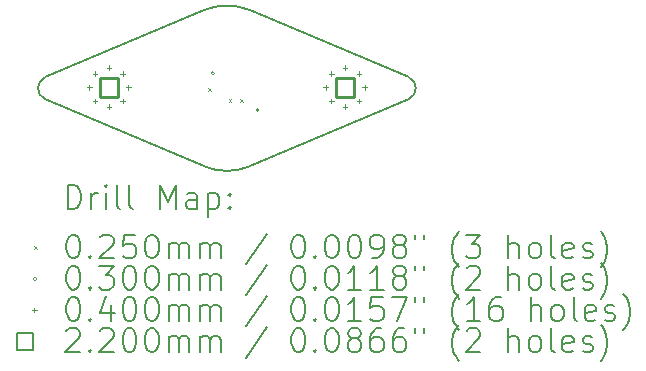
<source format=gbr>
%TF.GenerationSoftware,KiCad,Pcbnew,8.0.2*%
%TF.CreationDate,2024-06-01T19:30:16+08:00*%
%TF.ProjectId,encoder,656e636f-6465-4722-9e6b-696361645f70,rev?*%
%TF.SameCoordinates,Original*%
%TF.FileFunction,Drillmap*%
%TF.FilePolarity,Positive*%
%FSLAX45Y45*%
G04 Gerber Fmt 4.5, Leading zero omitted, Abs format (unit mm)*
G04 Created by KiCad (PCBNEW 8.0.2) date 2024-06-01 19:30:16*
%MOMM*%
%LPD*%
G01*
G04 APERTURE LIST*
%ADD10C,0.200000*%
%ADD11C,0.100000*%
%ADD12C,0.220000*%
G04 APERTURE END LIST*
D10*
X18490000Y-7385000D02*
X19834212Y-6816586D01*
X19834212Y-8137624D02*
X18490000Y-7569210D01*
X21567895Y-7569210D02*
X20223683Y-8137624D01*
X21567895Y-7385001D02*
G75*
G02*
X21567891Y-7569200I-38945J-92099D01*
G01*
X21567895Y-7385001D02*
X21567895Y-7385000D01*
X20223683Y-6816586D02*
X21567895Y-7385000D01*
X18490000Y-7569209D02*
X18490000Y-7569210D01*
X18490000Y-7569209D02*
G75*
G02*
X18489997Y-7384993I38950J92109D01*
G01*
X20223683Y-8137624D02*
G75*
G02*
X19834213Y-8137622I-194733J460514D01*
G01*
X21567895Y-7569209D02*
X21567895Y-7569210D01*
X18490000Y-7385001D02*
X18490000Y-7385000D01*
X19834212Y-6816586D02*
G75*
G02*
X20223683Y-6816586I194735J-460517D01*
G01*
D11*
X19868091Y-7476909D02*
X19893091Y-7501909D01*
X19893091Y-7476909D02*
X19868091Y-7501909D01*
X20042500Y-7570000D02*
X20067500Y-7595000D01*
X20067500Y-7570000D02*
X20042500Y-7595000D01*
X20142500Y-7570000D02*
X20167500Y-7595000D01*
X20167500Y-7570000D02*
X20142500Y-7595000D01*
X19923295Y-7351291D02*
G75*
G02*
X19893295Y-7351291I-15000J0D01*
G01*
X19893295Y-7351291D02*
G75*
G02*
X19923295Y-7351291I15000J0D01*
G01*
X20302500Y-7660500D02*
G75*
G02*
X20272500Y-7660500I-15000J0D01*
G01*
X20272500Y-7660500D02*
G75*
G02*
X20302500Y-7660500I15000J0D01*
G01*
X18865000Y-7450000D02*
X18865000Y-7490000D01*
X18845000Y-7470000D02*
X18885000Y-7470000D01*
X18913327Y-7333327D02*
X18913327Y-7373327D01*
X18893327Y-7353327D02*
X18933327Y-7353327D01*
X18913327Y-7566673D02*
X18913327Y-7606673D01*
X18893327Y-7586673D02*
X18933327Y-7586673D01*
X19030000Y-7285000D02*
X19030000Y-7325000D01*
X19010000Y-7305000D02*
X19050000Y-7305000D01*
X19030000Y-7615000D02*
X19030000Y-7655000D01*
X19010000Y-7635000D02*
X19050000Y-7635000D01*
X19146673Y-7333327D02*
X19146673Y-7373327D01*
X19126673Y-7353327D02*
X19166673Y-7353327D01*
X19146673Y-7566673D02*
X19146673Y-7606673D01*
X19126673Y-7586673D02*
X19166673Y-7586673D01*
X19195000Y-7450000D02*
X19195000Y-7490000D01*
X19175000Y-7470000D02*
X19215000Y-7470000D01*
X20865000Y-7450000D02*
X20865000Y-7490000D01*
X20845000Y-7470000D02*
X20885000Y-7470000D01*
X20913327Y-7333327D02*
X20913327Y-7373327D01*
X20893327Y-7353327D02*
X20933327Y-7353327D01*
X20913327Y-7566673D02*
X20913327Y-7606673D01*
X20893327Y-7586673D02*
X20933327Y-7586673D01*
X21030000Y-7285000D02*
X21030000Y-7325000D01*
X21010000Y-7305000D02*
X21050000Y-7305000D01*
X21030000Y-7615000D02*
X21030000Y-7655000D01*
X21010000Y-7635000D02*
X21050000Y-7635000D01*
X21146673Y-7333327D02*
X21146673Y-7373327D01*
X21126673Y-7353327D02*
X21166673Y-7353327D01*
X21146673Y-7566673D02*
X21146673Y-7606673D01*
X21126673Y-7586673D02*
X21166673Y-7586673D01*
X21195000Y-7450000D02*
X21195000Y-7490000D01*
X21175000Y-7470000D02*
X21215000Y-7470000D01*
D12*
X19107783Y-7547782D02*
X19107783Y-7392217D01*
X18952218Y-7392217D01*
X18952218Y-7547782D01*
X19107783Y-7547782D01*
X21107783Y-7547782D02*
X21107783Y-7392217D01*
X20952218Y-7392217D01*
X20952218Y-7547782D01*
X21107783Y-7547782D01*
D10*
X18679721Y-8498588D02*
X18679721Y-8298588D01*
X18679721Y-8298588D02*
X18727340Y-8298588D01*
X18727340Y-8298588D02*
X18755912Y-8308112D01*
X18755912Y-8308112D02*
X18774959Y-8327159D01*
X18774959Y-8327159D02*
X18784483Y-8346207D01*
X18784483Y-8346207D02*
X18794007Y-8384302D01*
X18794007Y-8384302D02*
X18794007Y-8412874D01*
X18794007Y-8412874D02*
X18784483Y-8450969D01*
X18784483Y-8450969D02*
X18774959Y-8470017D01*
X18774959Y-8470017D02*
X18755912Y-8489064D01*
X18755912Y-8489064D02*
X18727340Y-8498588D01*
X18727340Y-8498588D02*
X18679721Y-8498588D01*
X18879721Y-8498588D02*
X18879721Y-8365255D01*
X18879721Y-8403350D02*
X18889245Y-8384302D01*
X18889245Y-8384302D02*
X18898769Y-8374778D01*
X18898769Y-8374778D02*
X18917817Y-8365255D01*
X18917817Y-8365255D02*
X18936864Y-8365255D01*
X19003531Y-8498588D02*
X19003531Y-8365255D01*
X19003531Y-8298588D02*
X18994007Y-8308112D01*
X18994007Y-8308112D02*
X19003531Y-8317636D01*
X19003531Y-8317636D02*
X19013055Y-8308112D01*
X19013055Y-8308112D02*
X19003531Y-8298588D01*
X19003531Y-8298588D02*
X19003531Y-8317636D01*
X19127340Y-8498588D02*
X19108293Y-8489064D01*
X19108293Y-8489064D02*
X19098769Y-8470017D01*
X19098769Y-8470017D02*
X19098769Y-8298588D01*
X19232102Y-8498588D02*
X19213055Y-8489064D01*
X19213055Y-8489064D02*
X19203531Y-8470017D01*
X19203531Y-8470017D02*
X19203531Y-8298588D01*
X19460674Y-8498588D02*
X19460674Y-8298588D01*
X19460674Y-8298588D02*
X19527340Y-8441445D01*
X19527340Y-8441445D02*
X19594007Y-8298588D01*
X19594007Y-8298588D02*
X19594007Y-8498588D01*
X19774959Y-8498588D02*
X19774959Y-8393826D01*
X19774959Y-8393826D02*
X19765436Y-8374778D01*
X19765436Y-8374778D02*
X19746388Y-8365255D01*
X19746388Y-8365255D02*
X19708293Y-8365255D01*
X19708293Y-8365255D02*
X19689245Y-8374778D01*
X19774959Y-8489064D02*
X19755912Y-8498588D01*
X19755912Y-8498588D02*
X19708293Y-8498588D01*
X19708293Y-8498588D02*
X19689245Y-8489064D01*
X19689245Y-8489064D02*
X19679721Y-8470017D01*
X19679721Y-8470017D02*
X19679721Y-8450969D01*
X19679721Y-8450969D02*
X19689245Y-8431921D01*
X19689245Y-8431921D02*
X19708293Y-8422398D01*
X19708293Y-8422398D02*
X19755912Y-8422398D01*
X19755912Y-8422398D02*
X19774959Y-8412874D01*
X19870198Y-8365255D02*
X19870198Y-8565255D01*
X19870198Y-8374778D02*
X19889245Y-8365255D01*
X19889245Y-8365255D02*
X19927340Y-8365255D01*
X19927340Y-8365255D02*
X19946388Y-8374778D01*
X19946388Y-8374778D02*
X19955912Y-8384302D01*
X19955912Y-8384302D02*
X19965436Y-8403350D01*
X19965436Y-8403350D02*
X19965436Y-8460493D01*
X19965436Y-8460493D02*
X19955912Y-8479540D01*
X19955912Y-8479540D02*
X19946388Y-8489064D01*
X19946388Y-8489064D02*
X19927340Y-8498588D01*
X19927340Y-8498588D02*
X19889245Y-8498588D01*
X19889245Y-8498588D02*
X19870198Y-8489064D01*
X20051150Y-8479540D02*
X20060674Y-8489064D01*
X20060674Y-8489064D02*
X20051150Y-8498588D01*
X20051150Y-8498588D02*
X20041626Y-8489064D01*
X20041626Y-8489064D02*
X20051150Y-8479540D01*
X20051150Y-8479540D02*
X20051150Y-8498588D01*
X20051150Y-8374778D02*
X20060674Y-8384302D01*
X20060674Y-8384302D02*
X20051150Y-8393826D01*
X20051150Y-8393826D02*
X20041626Y-8384302D01*
X20041626Y-8384302D02*
X20051150Y-8374778D01*
X20051150Y-8374778D02*
X20051150Y-8393826D01*
D11*
X18393945Y-8814604D02*
X18418945Y-8839604D01*
X18418945Y-8814604D02*
X18393945Y-8839604D01*
D10*
X18717817Y-8718588D02*
X18736864Y-8718588D01*
X18736864Y-8718588D02*
X18755912Y-8728112D01*
X18755912Y-8728112D02*
X18765436Y-8737636D01*
X18765436Y-8737636D02*
X18774959Y-8756683D01*
X18774959Y-8756683D02*
X18784483Y-8794778D01*
X18784483Y-8794778D02*
X18784483Y-8842398D01*
X18784483Y-8842398D02*
X18774959Y-8880493D01*
X18774959Y-8880493D02*
X18765436Y-8899540D01*
X18765436Y-8899540D02*
X18755912Y-8909064D01*
X18755912Y-8909064D02*
X18736864Y-8918588D01*
X18736864Y-8918588D02*
X18717817Y-8918588D01*
X18717817Y-8918588D02*
X18698769Y-8909064D01*
X18698769Y-8909064D02*
X18689245Y-8899540D01*
X18689245Y-8899540D02*
X18679721Y-8880493D01*
X18679721Y-8880493D02*
X18670198Y-8842398D01*
X18670198Y-8842398D02*
X18670198Y-8794778D01*
X18670198Y-8794778D02*
X18679721Y-8756683D01*
X18679721Y-8756683D02*
X18689245Y-8737636D01*
X18689245Y-8737636D02*
X18698769Y-8728112D01*
X18698769Y-8728112D02*
X18717817Y-8718588D01*
X18870198Y-8899540D02*
X18879721Y-8909064D01*
X18879721Y-8909064D02*
X18870198Y-8918588D01*
X18870198Y-8918588D02*
X18860674Y-8909064D01*
X18860674Y-8909064D02*
X18870198Y-8899540D01*
X18870198Y-8899540D02*
X18870198Y-8918588D01*
X18955912Y-8737636D02*
X18965436Y-8728112D01*
X18965436Y-8728112D02*
X18984483Y-8718588D01*
X18984483Y-8718588D02*
X19032102Y-8718588D01*
X19032102Y-8718588D02*
X19051150Y-8728112D01*
X19051150Y-8728112D02*
X19060674Y-8737636D01*
X19060674Y-8737636D02*
X19070198Y-8756683D01*
X19070198Y-8756683D02*
X19070198Y-8775731D01*
X19070198Y-8775731D02*
X19060674Y-8804302D01*
X19060674Y-8804302D02*
X18946388Y-8918588D01*
X18946388Y-8918588D02*
X19070198Y-8918588D01*
X19251150Y-8718588D02*
X19155912Y-8718588D01*
X19155912Y-8718588D02*
X19146388Y-8813826D01*
X19146388Y-8813826D02*
X19155912Y-8804302D01*
X19155912Y-8804302D02*
X19174959Y-8794778D01*
X19174959Y-8794778D02*
X19222579Y-8794778D01*
X19222579Y-8794778D02*
X19241626Y-8804302D01*
X19241626Y-8804302D02*
X19251150Y-8813826D01*
X19251150Y-8813826D02*
X19260674Y-8832874D01*
X19260674Y-8832874D02*
X19260674Y-8880493D01*
X19260674Y-8880493D02*
X19251150Y-8899540D01*
X19251150Y-8899540D02*
X19241626Y-8909064D01*
X19241626Y-8909064D02*
X19222579Y-8918588D01*
X19222579Y-8918588D02*
X19174959Y-8918588D01*
X19174959Y-8918588D02*
X19155912Y-8909064D01*
X19155912Y-8909064D02*
X19146388Y-8899540D01*
X19384483Y-8718588D02*
X19403531Y-8718588D01*
X19403531Y-8718588D02*
X19422579Y-8728112D01*
X19422579Y-8728112D02*
X19432102Y-8737636D01*
X19432102Y-8737636D02*
X19441626Y-8756683D01*
X19441626Y-8756683D02*
X19451150Y-8794778D01*
X19451150Y-8794778D02*
X19451150Y-8842398D01*
X19451150Y-8842398D02*
X19441626Y-8880493D01*
X19441626Y-8880493D02*
X19432102Y-8899540D01*
X19432102Y-8899540D02*
X19422579Y-8909064D01*
X19422579Y-8909064D02*
X19403531Y-8918588D01*
X19403531Y-8918588D02*
X19384483Y-8918588D01*
X19384483Y-8918588D02*
X19365436Y-8909064D01*
X19365436Y-8909064D02*
X19355912Y-8899540D01*
X19355912Y-8899540D02*
X19346388Y-8880493D01*
X19346388Y-8880493D02*
X19336864Y-8842398D01*
X19336864Y-8842398D02*
X19336864Y-8794778D01*
X19336864Y-8794778D02*
X19346388Y-8756683D01*
X19346388Y-8756683D02*
X19355912Y-8737636D01*
X19355912Y-8737636D02*
X19365436Y-8728112D01*
X19365436Y-8728112D02*
X19384483Y-8718588D01*
X19536864Y-8918588D02*
X19536864Y-8785255D01*
X19536864Y-8804302D02*
X19546388Y-8794778D01*
X19546388Y-8794778D02*
X19565436Y-8785255D01*
X19565436Y-8785255D02*
X19594007Y-8785255D01*
X19594007Y-8785255D02*
X19613055Y-8794778D01*
X19613055Y-8794778D02*
X19622579Y-8813826D01*
X19622579Y-8813826D02*
X19622579Y-8918588D01*
X19622579Y-8813826D02*
X19632102Y-8794778D01*
X19632102Y-8794778D02*
X19651150Y-8785255D01*
X19651150Y-8785255D02*
X19679721Y-8785255D01*
X19679721Y-8785255D02*
X19698769Y-8794778D01*
X19698769Y-8794778D02*
X19708293Y-8813826D01*
X19708293Y-8813826D02*
X19708293Y-8918588D01*
X19803531Y-8918588D02*
X19803531Y-8785255D01*
X19803531Y-8804302D02*
X19813055Y-8794778D01*
X19813055Y-8794778D02*
X19832102Y-8785255D01*
X19832102Y-8785255D02*
X19860674Y-8785255D01*
X19860674Y-8785255D02*
X19879721Y-8794778D01*
X19879721Y-8794778D02*
X19889245Y-8813826D01*
X19889245Y-8813826D02*
X19889245Y-8918588D01*
X19889245Y-8813826D02*
X19898769Y-8794778D01*
X19898769Y-8794778D02*
X19917817Y-8785255D01*
X19917817Y-8785255D02*
X19946388Y-8785255D01*
X19946388Y-8785255D02*
X19965436Y-8794778D01*
X19965436Y-8794778D02*
X19974960Y-8813826D01*
X19974960Y-8813826D02*
X19974960Y-8918588D01*
X20365436Y-8709064D02*
X20194007Y-8966207D01*
X20622579Y-8718588D02*
X20641626Y-8718588D01*
X20641626Y-8718588D02*
X20660674Y-8728112D01*
X20660674Y-8728112D02*
X20670198Y-8737636D01*
X20670198Y-8737636D02*
X20679722Y-8756683D01*
X20679722Y-8756683D02*
X20689245Y-8794778D01*
X20689245Y-8794778D02*
X20689245Y-8842398D01*
X20689245Y-8842398D02*
X20679722Y-8880493D01*
X20679722Y-8880493D02*
X20670198Y-8899540D01*
X20670198Y-8899540D02*
X20660674Y-8909064D01*
X20660674Y-8909064D02*
X20641626Y-8918588D01*
X20641626Y-8918588D02*
X20622579Y-8918588D01*
X20622579Y-8918588D02*
X20603531Y-8909064D01*
X20603531Y-8909064D02*
X20594007Y-8899540D01*
X20594007Y-8899540D02*
X20584483Y-8880493D01*
X20584483Y-8880493D02*
X20574960Y-8842398D01*
X20574960Y-8842398D02*
X20574960Y-8794778D01*
X20574960Y-8794778D02*
X20584483Y-8756683D01*
X20584483Y-8756683D02*
X20594007Y-8737636D01*
X20594007Y-8737636D02*
X20603531Y-8728112D01*
X20603531Y-8728112D02*
X20622579Y-8718588D01*
X20774960Y-8899540D02*
X20784483Y-8909064D01*
X20784483Y-8909064D02*
X20774960Y-8918588D01*
X20774960Y-8918588D02*
X20765436Y-8909064D01*
X20765436Y-8909064D02*
X20774960Y-8899540D01*
X20774960Y-8899540D02*
X20774960Y-8918588D01*
X20908293Y-8718588D02*
X20927341Y-8718588D01*
X20927341Y-8718588D02*
X20946388Y-8728112D01*
X20946388Y-8728112D02*
X20955912Y-8737636D01*
X20955912Y-8737636D02*
X20965436Y-8756683D01*
X20965436Y-8756683D02*
X20974960Y-8794778D01*
X20974960Y-8794778D02*
X20974960Y-8842398D01*
X20974960Y-8842398D02*
X20965436Y-8880493D01*
X20965436Y-8880493D02*
X20955912Y-8899540D01*
X20955912Y-8899540D02*
X20946388Y-8909064D01*
X20946388Y-8909064D02*
X20927341Y-8918588D01*
X20927341Y-8918588D02*
X20908293Y-8918588D01*
X20908293Y-8918588D02*
X20889245Y-8909064D01*
X20889245Y-8909064D02*
X20879722Y-8899540D01*
X20879722Y-8899540D02*
X20870198Y-8880493D01*
X20870198Y-8880493D02*
X20860674Y-8842398D01*
X20860674Y-8842398D02*
X20860674Y-8794778D01*
X20860674Y-8794778D02*
X20870198Y-8756683D01*
X20870198Y-8756683D02*
X20879722Y-8737636D01*
X20879722Y-8737636D02*
X20889245Y-8728112D01*
X20889245Y-8728112D02*
X20908293Y-8718588D01*
X21098769Y-8718588D02*
X21117817Y-8718588D01*
X21117817Y-8718588D02*
X21136864Y-8728112D01*
X21136864Y-8728112D02*
X21146388Y-8737636D01*
X21146388Y-8737636D02*
X21155912Y-8756683D01*
X21155912Y-8756683D02*
X21165436Y-8794778D01*
X21165436Y-8794778D02*
X21165436Y-8842398D01*
X21165436Y-8842398D02*
X21155912Y-8880493D01*
X21155912Y-8880493D02*
X21146388Y-8899540D01*
X21146388Y-8899540D02*
X21136864Y-8909064D01*
X21136864Y-8909064D02*
X21117817Y-8918588D01*
X21117817Y-8918588D02*
X21098769Y-8918588D01*
X21098769Y-8918588D02*
X21079722Y-8909064D01*
X21079722Y-8909064D02*
X21070198Y-8899540D01*
X21070198Y-8899540D02*
X21060674Y-8880493D01*
X21060674Y-8880493D02*
X21051150Y-8842398D01*
X21051150Y-8842398D02*
X21051150Y-8794778D01*
X21051150Y-8794778D02*
X21060674Y-8756683D01*
X21060674Y-8756683D02*
X21070198Y-8737636D01*
X21070198Y-8737636D02*
X21079722Y-8728112D01*
X21079722Y-8728112D02*
X21098769Y-8718588D01*
X21260674Y-8918588D02*
X21298769Y-8918588D01*
X21298769Y-8918588D02*
X21317817Y-8909064D01*
X21317817Y-8909064D02*
X21327341Y-8899540D01*
X21327341Y-8899540D02*
X21346388Y-8870969D01*
X21346388Y-8870969D02*
X21355912Y-8832874D01*
X21355912Y-8832874D02*
X21355912Y-8756683D01*
X21355912Y-8756683D02*
X21346388Y-8737636D01*
X21346388Y-8737636D02*
X21336864Y-8728112D01*
X21336864Y-8728112D02*
X21317817Y-8718588D01*
X21317817Y-8718588D02*
X21279722Y-8718588D01*
X21279722Y-8718588D02*
X21260674Y-8728112D01*
X21260674Y-8728112D02*
X21251150Y-8737636D01*
X21251150Y-8737636D02*
X21241626Y-8756683D01*
X21241626Y-8756683D02*
X21241626Y-8804302D01*
X21241626Y-8804302D02*
X21251150Y-8823350D01*
X21251150Y-8823350D02*
X21260674Y-8832874D01*
X21260674Y-8832874D02*
X21279722Y-8842398D01*
X21279722Y-8842398D02*
X21317817Y-8842398D01*
X21317817Y-8842398D02*
X21336864Y-8832874D01*
X21336864Y-8832874D02*
X21346388Y-8823350D01*
X21346388Y-8823350D02*
X21355912Y-8804302D01*
X21470198Y-8804302D02*
X21451150Y-8794778D01*
X21451150Y-8794778D02*
X21441626Y-8785255D01*
X21441626Y-8785255D02*
X21432103Y-8766207D01*
X21432103Y-8766207D02*
X21432103Y-8756683D01*
X21432103Y-8756683D02*
X21441626Y-8737636D01*
X21441626Y-8737636D02*
X21451150Y-8728112D01*
X21451150Y-8728112D02*
X21470198Y-8718588D01*
X21470198Y-8718588D02*
X21508293Y-8718588D01*
X21508293Y-8718588D02*
X21527341Y-8728112D01*
X21527341Y-8728112D02*
X21536864Y-8737636D01*
X21536864Y-8737636D02*
X21546388Y-8756683D01*
X21546388Y-8756683D02*
X21546388Y-8766207D01*
X21546388Y-8766207D02*
X21536864Y-8785255D01*
X21536864Y-8785255D02*
X21527341Y-8794778D01*
X21527341Y-8794778D02*
X21508293Y-8804302D01*
X21508293Y-8804302D02*
X21470198Y-8804302D01*
X21470198Y-8804302D02*
X21451150Y-8813826D01*
X21451150Y-8813826D02*
X21441626Y-8823350D01*
X21441626Y-8823350D02*
X21432103Y-8842398D01*
X21432103Y-8842398D02*
X21432103Y-8880493D01*
X21432103Y-8880493D02*
X21441626Y-8899540D01*
X21441626Y-8899540D02*
X21451150Y-8909064D01*
X21451150Y-8909064D02*
X21470198Y-8918588D01*
X21470198Y-8918588D02*
X21508293Y-8918588D01*
X21508293Y-8918588D02*
X21527341Y-8909064D01*
X21527341Y-8909064D02*
X21536864Y-8899540D01*
X21536864Y-8899540D02*
X21546388Y-8880493D01*
X21546388Y-8880493D02*
X21546388Y-8842398D01*
X21546388Y-8842398D02*
X21536864Y-8823350D01*
X21536864Y-8823350D02*
X21527341Y-8813826D01*
X21527341Y-8813826D02*
X21508293Y-8804302D01*
X21622579Y-8718588D02*
X21622579Y-8756683D01*
X21698769Y-8718588D02*
X21698769Y-8756683D01*
X21994007Y-8994778D02*
X21984484Y-8985255D01*
X21984484Y-8985255D02*
X21965436Y-8956683D01*
X21965436Y-8956683D02*
X21955912Y-8937636D01*
X21955912Y-8937636D02*
X21946388Y-8909064D01*
X21946388Y-8909064D02*
X21936865Y-8861445D01*
X21936865Y-8861445D02*
X21936865Y-8823350D01*
X21936865Y-8823350D02*
X21946388Y-8775731D01*
X21946388Y-8775731D02*
X21955912Y-8747159D01*
X21955912Y-8747159D02*
X21965436Y-8728112D01*
X21965436Y-8728112D02*
X21984484Y-8699540D01*
X21984484Y-8699540D02*
X21994007Y-8690017D01*
X22051150Y-8718588D02*
X22174960Y-8718588D01*
X22174960Y-8718588D02*
X22108293Y-8794778D01*
X22108293Y-8794778D02*
X22136865Y-8794778D01*
X22136865Y-8794778D02*
X22155912Y-8804302D01*
X22155912Y-8804302D02*
X22165436Y-8813826D01*
X22165436Y-8813826D02*
X22174960Y-8832874D01*
X22174960Y-8832874D02*
X22174960Y-8880493D01*
X22174960Y-8880493D02*
X22165436Y-8899540D01*
X22165436Y-8899540D02*
X22155912Y-8909064D01*
X22155912Y-8909064D02*
X22136865Y-8918588D01*
X22136865Y-8918588D02*
X22079722Y-8918588D01*
X22079722Y-8918588D02*
X22060674Y-8909064D01*
X22060674Y-8909064D02*
X22051150Y-8899540D01*
X22413055Y-8918588D02*
X22413055Y-8718588D01*
X22498769Y-8918588D02*
X22498769Y-8813826D01*
X22498769Y-8813826D02*
X22489245Y-8794778D01*
X22489245Y-8794778D02*
X22470198Y-8785255D01*
X22470198Y-8785255D02*
X22441626Y-8785255D01*
X22441626Y-8785255D02*
X22422579Y-8794778D01*
X22422579Y-8794778D02*
X22413055Y-8804302D01*
X22622579Y-8918588D02*
X22603531Y-8909064D01*
X22603531Y-8909064D02*
X22594007Y-8899540D01*
X22594007Y-8899540D02*
X22584484Y-8880493D01*
X22584484Y-8880493D02*
X22584484Y-8823350D01*
X22584484Y-8823350D02*
X22594007Y-8804302D01*
X22594007Y-8804302D02*
X22603531Y-8794778D01*
X22603531Y-8794778D02*
X22622579Y-8785255D01*
X22622579Y-8785255D02*
X22651150Y-8785255D01*
X22651150Y-8785255D02*
X22670198Y-8794778D01*
X22670198Y-8794778D02*
X22679722Y-8804302D01*
X22679722Y-8804302D02*
X22689245Y-8823350D01*
X22689245Y-8823350D02*
X22689245Y-8880493D01*
X22689245Y-8880493D02*
X22679722Y-8899540D01*
X22679722Y-8899540D02*
X22670198Y-8909064D01*
X22670198Y-8909064D02*
X22651150Y-8918588D01*
X22651150Y-8918588D02*
X22622579Y-8918588D01*
X22803531Y-8918588D02*
X22784484Y-8909064D01*
X22784484Y-8909064D02*
X22774960Y-8890017D01*
X22774960Y-8890017D02*
X22774960Y-8718588D01*
X22955912Y-8909064D02*
X22936865Y-8918588D01*
X22936865Y-8918588D02*
X22898769Y-8918588D01*
X22898769Y-8918588D02*
X22879722Y-8909064D01*
X22879722Y-8909064D02*
X22870198Y-8890017D01*
X22870198Y-8890017D02*
X22870198Y-8813826D01*
X22870198Y-8813826D02*
X22879722Y-8794778D01*
X22879722Y-8794778D02*
X22898769Y-8785255D01*
X22898769Y-8785255D02*
X22936865Y-8785255D01*
X22936865Y-8785255D02*
X22955912Y-8794778D01*
X22955912Y-8794778D02*
X22965436Y-8813826D01*
X22965436Y-8813826D02*
X22965436Y-8832874D01*
X22965436Y-8832874D02*
X22870198Y-8851921D01*
X23041626Y-8909064D02*
X23060674Y-8918588D01*
X23060674Y-8918588D02*
X23098769Y-8918588D01*
X23098769Y-8918588D02*
X23117817Y-8909064D01*
X23117817Y-8909064D02*
X23127341Y-8890017D01*
X23127341Y-8890017D02*
X23127341Y-8880493D01*
X23127341Y-8880493D02*
X23117817Y-8861445D01*
X23117817Y-8861445D02*
X23098769Y-8851921D01*
X23098769Y-8851921D02*
X23070198Y-8851921D01*
X23070198Y-8851921D02*
X23051150Y-8842398D01*
X23051150Y-8842398D02*
X23041626Y-8823350D01*
X23041626Y-8823350D02*
X23041626Y-8813826D01*
X23041626Y-8813826D02*
X23051150Y-8794778D01*
X23051150Y-8794778D02*
X23070198Y-8785255D01*
X23070198Y-8785255D02*
X23098769Y-8785255D01*
X23098769Y-8785255D02*
X23117817Y-8794778D01*
X23194007Y-8994778D02*
X23203531Y-8985255D01*
X23203531Y-8985255D02*
X23222579Y-8956683D01*
X23222579Y-8956683D02*
X23232103Y-8937636D01*
X23232103Y-8937636D02*
X23241626Y-8909064D01*
X23241626Y-8909064D02*
X23251150Y-8861445D01*
X23251150Y-8861445D02*
X23251150Y-8823350D01*
X23251150Y-8823350D02*
X23241626Y-8775731D01*
X23241626Y-8775731D02*
X23232103Y-8747159D01*
X23232103Y-8747159D02*
X23222579Y-8728112D01*
X23222579Y-8728112D02*
X23203531Y-8699540D01*
X23203531Y-8699540D02*
X23194007Y-8690017D01*
D11*
X18418945Y-9091104D02*
G75*
G02*
X18388945Y-9091104I-15000J0D01*
G01*
X18388945Y-9091104D02*
G75*
G02*
X18418945Y-9091104I15000J0D01*
G01*
D10*
X18717817Y-8982588D02*
X18736864Y-8982588D01*
X18736864Y-8982588D02*
X18755912Y-8992112D01*
X18755912Y-8992112D02*
X18765436Y-9001636D01*
X18765436Y-9001636D02*
X18774959Y-9020683D01*
X18774959Y-9020683D02*
X18784483Y-9058778D01*
X18784483Y-9058778D02*
X18784483Y-9106398D01*
X18784483Y-9106398D02*
X18774959Y-9144493D01*
X18774959Y-9144493D02*
X18765436Y-9163540D01*
X18765436Y-9163540D02*
X18755912Y-9173064D01*
X18755912Y-9173064D02*
X18736864Y-9182588D01*
X18736864Y-9182588D02*
X18717817Y-9182588D01*
X18717817Y-9182588D02*
X18698769Y-9173064D01*
X18698769Y-9173064D02*
X18689245Y-9163540D01*
X18689245Y-9163540D02*
X18679721Y-9144493D01*
X18679721Y-9144493D02*
X18670198Y-9106398D01*
X18670198Y-9106398D02*
X18670198Y-9058778D01*
X18670198Y-9058778D02*
X18679721Y-9020683D01*
X18679721Y-9020683D02*
X18689245Y-9001636D01*
X18689245Y-9001636D02*
X18698769Y-8992112D01*
X18698769Y-8992112D02*
X18717817Y-8982588D01*
X18870198Y-9163540D02*
X18879721Y-9173064D01*
X18879721Y-9173064D02*
X18870198Y-9182588D01*
X18870198Y-9182588D02*
X18860674Y-9173064D01*
X18860674Y-9173064D02*
X18870198Y-9163540D01*
X18870198Y-9163540D02*
X18870198Y-9182588D01*
X18946388Y-8982588D02*
X19070198Y-8982588D01*
X19070198Y-8982588D02*
X19003531Y-9058778D01*
X19003531Y-9058778D02*
X19032102Y-9058778D01*
X19032102Y-9058778D02*
X19051150Y-9068302D01*
X19051150Y-9068302D02*
X19060674Y-9077826D01*
X19060674Y-9077826D02*
X19070198Y-9096874D01*
X19070198Y-9096874D02*
X19070198Y-9144493D01*
X19070198Y-9144493D02*
X19060674Y-9163540D01*
X19060674Y-9163540D02*
X19051150Y-9173064D01*
X19051150Y-9173064D02*
X19032102Y-9182588D01*
X19032102Y-9182588D02*
X18974959Y-9182588D01*
X18974959Y-9182588D02*
X18955912Y-9173064D01*
X18955912Y-9173064D02*
X18946388Y-9163540D01*
X19194007Y-8982588D02*
X19213055Y-8982588D01*
X19213055Y-8982588D02*
X19232102Y-8992112D01*
X19232102Y-8992112D02*
X19241626Y-9001636D01*
X19241626Y-9001636D02*
X19251150Y-9020683D01*
X19251150Y-9020683D02*
X19260674Y-9058778D01*
X19260674Y-9058778D02*
X19260674Y-9106398D01*
X19260674Y-9106398D02*
X19251150Y-9144493D01*
X19251150Y-9144493D02*
X19241626Y-9163540D01*
X19241626Y-9163540D02*
X19232102Y-9173064D01*
X19232102Y-9173064D02*
X19213055Y-9182588D01*
X19213055Y-9182588D02*
X19194007Y-9182588D01*
X19194007Y-9182588D02*
X19174959Y-9173064D01*
X19174959Y-9173064D02*
X19165436Y-9163540D01*
X19165436Y-9163540D02*
X19155912Y-9144493D01*
X19155912Y-9144493D02*
X19146388Y-9106398D01*
X19146388Y-9106398D02*
X19146388Y-9058778D01*
X19146388Y-9058778D02*
X19155912Y-9020683D01*
X19155912Y-9020683D02*
X19165436Y-9001636D01*
X19165436Y-9001636D02*
X19174959Y-8992112D01*
X19174959Y-8992112D02*
X19194007Y-8982588D01*
X19384483Y-8982588D02*
X19403531Y-8982588D01*
X19403531Y-8982588D02*
X19422579Y-8992112D01*
X19422579Y-8992112D02*
X19432102Y-9001636D01*
X19432102Y-9001636D02*
X19441626Y-9020683D01*
X19441626Y-9020683D02*
X19451150Y-9058778D01*
X19451150Y-9058778D02*
X19451150Y-9106398D01*
X19451150Y-9106398D02*
X19441626Y-9144493D01*
X19441626Y-9144493D02*
X19432102Y-9163540D01*
X19432102Y-9163540D02*
X19422579Y-9173064D01*
X19422579Y-9173064D02*
X19403531Y-9182588D01*
X19403531Y-9182588D02*
X19384483Y-9182588D01*
X19384483Y-9182588D02*
X19365436Y-9173064D01*
X19365436Y-9173064D02*
X19355912Y-9163540D01*
X19355912Y-9163540D02*
X19346388Y-9144493D01*
X19346388Y-9144493D02*
X19336864Y-9106398D01*
X19336864Y-9106398D02*
X19336864Y-9058778D01*
X19336864Y-9058778D02*
X19346388Y-9020683D01*
X19346388Y-9020683D02*
X19355912Y-9001636D01*
X19355912Y-9001636D02*
X19365436Y-8992112D01*
X19365436Y-8992112D02*
X19384483Y-8982588D01*
X19536864Y-9182588D02*
X19536864Y-9049255D01*
X19536864Y-9068302D02*
X19546388Y-9058778D01*
X19546388Y-9058778D02*
X19565436Y-9049255D01*
X19565436Y-9049255D02*
X19594007Y-9049255D01*
X19594007Y-9049255D02*
X19613055Y-9058778D01*
X19613055Y-9058778D02*
X19622579Y-9077826D01*
X19622579Y-9077826D02*
X19622579Y-9182588D01*
X19622579Y-9077826D02*
X19632102Y-9058778D01*
X19632102Y-9058778D02*
X19651150Y-9049255D01*
X19651150Y-9049255D02*
X19679721Y-9049255D01*
X19679721Y-9049255D02*
X19698769Y-9058778D01*
X19698769Y-9058778D02*
X19708293Y-9077826D01*
X19708293Y-9077826D02*
X19708293Y-9182588D01*
X19803531Y-9182588D02*
X19803531Y-9049255D01*
X19803531Y-9068302D02*
X19813055Y-9058778D01*
X19813055Y-9058778D02*
X19832102Y-9049255D01*
X19832102Y-9049255D02*
X19860674Y-9049255D01*
X19860674Y-9049255D02*
X19879721Y-9058778D01*
X19879721Y-9058778D02*
X19889245Y-9077826D01*
X19889245Y-9077826D02*
X19889245Y-9182588D01*
X19889245Y-9077826D02*
X19898769Y-9058778D01*
X19898769Y-9058778D02*
X19917817Y-9049255D01*
X19917817Y-9049255D02*
X19946388Y-9049255D01*
X19946388Y-9049255D02*
X19965436Y-9058778D01*
X19965436Y-9058778D02*
X19974960Y-9077826D01*
X19974960Y-9077826D02*
X19974960Y-9182588D01*
X20365436Y-8973064D02*
X20194007Y-9230207D01*
X20622579Y-8982588D02*
X20641626Y-8982588D01*
X20641626Y-8982588D02*
X20660674Y-8992112D01*
X20660674Y-8992112D02*
X20670198Y-9001636D01*
X20670198Y-9001636D02*
X20679722Y-9020683D01*
X20679722Y-9020683D02*
X20689245Y-9058778D01*
X20689245Y-9058778D02*
X20689245Y-9106398D01*
X20689245Y-9106398D02*
X20679722Y-9144493D01*
X20679722Y-9144493D02*
X20670198Y-9163540D01*
X20670198Y-9163540D02*
X20660674Y-9173064D01*
X20660674Y-9173064D02*
X20641626Y-9182588D01*
X20641626Y-9182588D02*
X20622579Y-9182588D01*
X20622579Y-9182588D02*
X20603531Y-9173064D01*
X20603531Y-9173064D02*
X20594007Y-9163540D01*
X20594007Y-9163540D02*
X20584483Y-9144493D01*
X20584483Y-9144493D02*
X20574960Y-9106398D01*
X20574960Y-9106398D02*
X20574960Y-9058778D01*
X20574960Y-9058778D02*
X20584483Y-9020683D01*
X20584483Y-9020683D02*
X20594007Y-9001636D01*
X20594007Y-9001636D02*
X20603531Y-8992112D01*
X20603531Y-8992112D02*
X20622579Y-8982588D01*
X20774960Y-9163540D02*
X20784483Y-9173064D01*
X20784483Y-9173064D02*
X20774960Y-9182588D01*
X20774960Y-9182588D02*
X20765436Y-9173064D01*
X20765436Y-9173064D02*
X20774960Y-9163540D01*
X20774960Y-9163540D02*
X20774960Y-9182588D01*
X20908293Y-8982588D02*
X20927341Y-8982588D01*
X20927341Y-8982588D02*
X20946388Y-8992112D01*
X20946388Y-8992112D02*
X20955912Y-9001636D01*
X20955912Y-9001636D02*
X20965436Y-9020683D01*
X20965436Y-9020683D02*
X20974960Y-9058778D01*
X20974960Y-9058778D02*
X20974960Y-9106398D01*
X20974960Y-9106398D02*
X20965436Y-9144493D01*
X20965436Y-9144493D02*
X20955912Y-9163540D01*
X20955912Y-9163540D02*
X20946388Y-9173064D01*
X20946388Y-9173064D02*
X20927341Y-9182588D01*
X20927341Y-9182588D02*
X20908293Y-9182588D01*
X20908293Y-9182588D02*
X20889245Y-9173064D01*
X20889245Y-9173064D02*
X20879722Y-9163540D01*
X20879722Y-9163540D02*
X20870198Y-9144493D01*
X20870198Y-9144493D02*
X20860674Y-9106398D01*
X20860674Y-9106398D02*
X20860674Y-9058778D01*
X20860674Y-9058778D02*
X20870198Y-9020683D01*
X20870198Y-9020683D02*
X20879722Y-9001636D01*
X20879722Y-9001636D02*
X20889245Y-8992112D01*
X20889245Y-8992112D02*
X20908293Y-8982588D01*
X21165436Y-9182588D02*
X21051150Y-9182588D01*
X21108293Y-9182588D02*
X21108293Y-8982588D01*
X21108293Y-8982588D02*
X21089245Y-9011159D01*
X21089245Y-9011159D02*
X21070198Y-9030207D01*
X21070198Y-9030207D02*
X21051150Y-9039731D01*
X21355912Y-9182588D02*
X21241626Y-9182588D01*
X21298769Y-9182588D02*
X21298769Y-8982588D01*
X21298769Y-8982588D02*
X21279722Y-9011159D01*
X21279722Y-9011159D02*
X21260674Y-9030207D01*
X21260674Y-9030207D02*
X21241626Y-9039731D01*
X21470198Y-9068302D02*
X21451150Y-9058778D01*
X21451150Y-9058778D02*
X21441626Y-9049255D01*
X21441626Y-9049255D02*
X21432103Y-9030207D01*
X21432103Y-9030207D02*
X21432103Y-9020683D01*
X21432103Y-9020683D02*
X21441626Y-9001636D01*
X21441626Y-9001636D02*
X21451150Y-8992112D01*
X21451150Y-8992112D02*
X21470198Y-8982588D01*
X21470198Y-8982588D02*
X21508293Y-8982588D01*
X21508293Y-8982588D02*
X21527341Y-8992112D01*
X21527341Y-8992112D02*
X21536864Y-9001636D01*
X21536864Y-9001636D02*
X21546388Y-9020683D01*
X21546388Y-9020683D02*
X21546388Y-9030207D01*
X21546388Y-9030207D02*
X21536864Y-9049255D01*
X21536864Y-9049255D02*
X21527341Y-9058778D01*
X21527341Y-9058778D02*
X21508293Y-9068302D01*
X21508293Y-9068302D02*
X21470198Y-9068302D01*
X21470198Y-9068302D02*
X21451150Y-9077826D01*
X21451150Y-9077826D02*
X21441626Y-9087350D01*
X21441626Y-9087350D02*
X21432103Y-9106398D01*
X21432103Y-9106398D02*
X21432103Y-9144493D01*
X21432103Y-9144493D02*
X21441626Y-9163540D01*
X21441626Y-9163540D02*
X21451150Y-9173064D01*
X21451150Y-9173064D02*
X21470198Y-9182588D01*
X21470198Y-9182588D02*
X21508293Y-9182588D01*
X21508293Y-9182588D02*
X21527341Y-9173064D01*
X21527341Y-9173064D02*
X21536864Y-9163540D01*
X21536864Y-9163540D02*
X21546388Y-9144493D01*
X21546388Y-9144493D02*
X21546388Y-9106398D01*
X21546388Y-9106398D02*
X21536864Y-9087350D01*
X21536864Y-9087350D02*
X21527341Y-9077826D01*
X21527341Y-9077826D02*
X21508293Y-9068302D01*
X21622579Y-8982588D02*
X21622579Y-9020683D01*
X21698769Y-8982588D02*
X21698769Y-9020683D01*
X21994007Y-9258778D02*
X21984484Y-9249255D01*
X21984484Y-9249255D02*
X21965436Y-9220683D01*
X21965436Y-9220683D02*
X21955912Y-9201636D01*
X21955912Y-9201636D02*
X21946388Y-9173064D01*
X21946388Y-9173064D02*
X21936865Y-9125445D01*
X21936865Y-9125445D02*
X21936865Y-9087350D01*
X21936865Y-9087350D02*
X21946388Y-9039731D01*
X21946388Y-9039731D02*
X21955912Y-9011159D01*
X21955912Y-9011159D02*
X21965436Y-8992112D01*
X21965436Y-8992112D02*
X21984484Y-8963540D01*
X21984484Y-8963540D02*
X21994007Y-8954017D01*
X22060674Y-9001636D02*
X22070198Y-8992112D01*
X22070198Y-8992112D02*
X22089245Y-8982588D01*
X22089245Y-8982588D02*
X22136865Y-8982588D01*
X22136865Y-8982588D02*
X22155912Y-8992112D01*
X22155912Y-8992112D02*
X22165436Y-9001636D01*
X22165436Y-9001636D02*
X22174960Y-9020683D01*
X22174960Y-9020683D02*
X22174960Y-9039731D01*
X22174960Y-9039731D02*
X22165436Y-9068302D01*
X22165436Y-9068302D02*
X22051150Y-9182588D01*
X22051150Y-9182588D02*
X22174960Y-9182588D01*
X22413055Y-9182588D02*
X22413055Y-8982588D01*
X22498769Y-9182588D02*
X22498769Y-9077826D01*
X22498769Y-9077826D02*
X22489245Y-9058778D01*
X22489245Y-9058778D02*
X22470198Y-9049255D01*
X22470198Y-9049255D02*
X22441626Y-9049255D01*
X22441626Y-9049255D02*
X22422579Y-9058778D01*
X22422579Y-9058778D02*
X22413055Y-9068302D01*
X22622579Y-9182588D02*
X22603531Y-9173064D01*
X22603531Y-9173064D02*
X22594007Y-9163540D01*
X22594007Y-9163540D02*
X22584484Y-9144493D01*
X22584484Y-9144493D02*
X22584484Y-9087350D01*
X22584484Y-9087350D02*
X22594007Y-9068302D01*
X22594007Y-9068302D02*
X22603531Y-9058778D01*
X22603531Y-9058778D02*
X22622579Y-9049255D01*
X22622579Y-9049255D02*
X22651150Y-9049255D01*
X22651150Y-9049255D02*
X22670198Y-9058778D01*
X22670198Y-9058778D02*
X22679722Y-9068302D01*
X22679722Y-9068302D02*
X22689245Y-9087350D01*
X22689245Y-9087350D02*
X22689245Y-9144493D01*
X22689245Y-9144493D02*
X22679722Y-9163540D01*
X22679722Y-9163540D02*
X22670198Y-9173064D01*
X22670198Y-9173064D02*
X22651150Y-9182588D01*
X22651150Y-9182588D02*
X22622579Y-9182588D01*
X22803531Y-9182588D02*
X22784484Y-9173064D01*
X22784484Y-9173064D02*
X22774960Y-9154017D01*
X22774960Y-9154017D02*
X22774960Y-8982588D01*
X22955912Y-9173064D02*
X22936865Y-9182588D01*
X22936865Y-9182588D02*
X22898769Y-9182588D01*
X22898769Y-9182588D02*
X22879722Y-9173064D01*
X22879722Y-9173064D02*
X22870198Y-9154017D01*
X22870198Y-9154017D02*
X22870198Y-9077826D01*
X22870198Y-9077826D02*
X22879722Y-9058778D01*
X22879722Y-9058778D02*
X22898769Y-9049255D01*
X22898769Y-9049255D02*
X22936865Y-9049255D01*
X22936865Y-9049255D02*
X22955912Y-9058778D01*
X22955912Y-9058778D02*
X22965436Y-9077826D01*
X22965436Y-9077826D02*
X22965436Y-9096874D01*
X22965436Y-9096874D02*
X22870198Y-9115921D01*
X23041626Y-9173064D02*
X23060674Y-9182588D01*
X23060674Y-9182588D02*
X23098769Y-9182588D01*
X23098769Y-9182588D02*
X23117817Y-9173064D01*
X23117817Y-9173064D02*
X23127341Y-9154017D01*
X23127341Y-9154017D02*
X23127341Y-9144493D01*
X23127341Y-9144493D02*
X23117817Y-9125445D01*
X23117817Y-9125445D02*
X23098769Y-9115921D01*
X23098769Y-9115921D02*
X23070198Y-9115921D01*
X23070198Y-9115921D02*
X23051150Y-9106398D01*
X23051150Y-9106398D02*
X23041626Y-9087350D01*
X23041626Y-9087350D02*
X23041626Y-9077826D01*
X23041626Y-9077826D02*
X23051150Y-9058778D01*
X23051150Y-9058778D02*
X23070198Y-9049255D01*
X23070198Y-9049255D02*
X23098769Y-9049255D01*
X23098769Y-9049255D02*
X23117817Y-9058778D01*
X23194007Y-9258778D02*
X23203531Y-9249255D01*
X23203531Y-9249255D02*
X23222579Y-9220683D01*
X23222579Y-9220683D02*
X23232103Y-9201636D01*
X23232103Y-9201636D02*
X23241626Y-9173064D01*
X23241626Y-9173064D02*
X23251150Y-9125445D01*
X23251150Y-9125445D02*
X23251150Y-9087350D01*
X23251150Y-9087350D02*
X23241626Y-9039731D01*
X23241626Y-9039731D02*
X23232103Y-9011159D01*
X23232103Y-9011159D02*
X23222579Y-8992112D01*
X23222579Y-8992112D02*
X23203531Y-8963540D01*
X23203531Y-8963540D02*
X23194007Y-8954017D01*
D11*
X18398945Y-9335104D02*
X18398945Y-9375104D01*
X18378945Y-9355104D02*
X18418945Y-9355104D01*
D10*
X18717817Y-9246588D02*
X18736864Y-9246588D01*
X18736864Y-9246588D02*
X18755912Y-9256112D01*
X18755912Y-9256112D02*
X18765436Y-9265636D01*
X18765436Y-9265636D02*
X18774959Y-9284683D01*
X18774959Y-9284683D02*
X18784483Y-9322778D01*
X18784483Y-9322778D02*
X18784483Y-9370398D01*
X18784483Y-9370398D02*
X18774959Y-9408493D01*
X18774959Y-9408493D02*
X18765436Y-9427540D01*
X18765436Y-9427540D02*
X18755912Y-9437064D01*
X18755912Y-9437064D02*
X18736864Y-9446588D01*
X18736864Y-9446588D02*
X18717817Y-9446588D01*
X18717817Y-9446588D02*
X18698769Y-9437064D01*
X18698769Y-9437064D02*
X18689245Y-9427540D01*
X18689245Y-9427540D02*
X18679721Y-9408493D01*
X18679721Y-9408493D02*
X18670198Y-9370398D01*
X18670198Y-9370398D02*
X18670198Y-9322778D01*
X18670198Y-9322778D02*
X18679721Y-9284683D01*
X18679721Y-9284683D02*
X18689245Y-9265636D01*
X18689245Y-9265636D02*
X18698769Y-9256112D01*
X18698769Y-9256112D02*
X18717817Y-9246588D01*
X18870198Y-9427540D02*
X18879721Y-9437064D01*
X18879721Y-9437064D02*
X18870198Y-9446588D01*
X18870198Y-9446588D02*
X18860674Y-9437064D01*
X18860674Y-9437064D02*
X18870198Y-9427540D01*
X18870198Y-9427540D02*
X18870198Y-9446588D01*
X19051150Y-9313255D02*
X19051150Y-9446588D01*
X19003531Y-9237064D02*
X18955912Y-9379921D01*
X18955912Y-9379921D02*
X19079721Y-9379921D01*
X19194007Y-9246588D02*
X19213055Y-9246588D01*
X19213055Y-9246588D02*
X19232102Y-9256112D01*
X19232102Y-9256112D02*
X19241626Y-9265636D01*
X19241626Y-9265636D02*
X19251150Y-9284683D01*
X19251150Y-9284683D02*
X19260674Y-9322778D01*
X19260674Y-9322778D02*
X19260674Y-9370398D01*
X19260674Y-9370398D02*
X19251150Y-9408493D01*
X19251150Y-9408493D02*
X19241626Y-9427540D01*
X19241626Y-9427540D02*
X19232102Y-9437064D01*
X19232102Y-9437064D02*
X19213055Y-9446588D01*
X19213055Y-9446588D02*
X19194007Y-9446588D01*
X19194007Y-9446588D02*
X19174959Y-9437064D01*
X19174959Y-9437064D02*
X19165436Y-9427540D01*
X19165436Y-9427540D02*
X19155912Y-9408493D01*
X19155912Y-9408493D02*
X19146388Y-9370398D01*
X19146388Y-9370398D02*
X19146388Y-9322778D01*
X19146388Y-9322778D02*
X19155912Y-9284683D01*
X19155912Y-9284683D02*
X19165436Y-9265636D01*
X19165436Y-9265636D02*
X19174959Y-9256112D01*
X19174959Y-9256112D02*
X19194007Y-9246588D01*
X19384483Y-9246588D02*
X19403531Y-9246588D01*
X19403531Y-9246588D02*
X19422579Y-9256112D01*
X19422579Y-9256112D02*
X19432102Y-9265636D01*
X19432102Y-9265636D02*
X19441626Y-9284683D01*
X19441626Y-9284683D02*
X19451150Y-9322778D01*
X19451150Y-9322778D02*
X19451150Y-9370398D01*
X19451150Y-9370398D02*
X19441626Y-9408493D01*
X19441626Y-9408493D02*
X19432102Y-9427540D01*
X19432102Y-9427540D02*
X19422579Y-9437064D01*
X19422579Y-9437064D02*
X19403531Y-9446588D01*
X19403531Y-9446588D02*
X19384483Y-9446588D01*
X19384483Y-9446588D02*
X19365436Y-9437064D01*
X19365436Y-9437064D02*
X19355912Y-9427540D01*
X19355912Y-9427540D02*
X19346388Y-9408493D01*
X19346388Y-9408493D02*
X19336864Y-9370398D01*
X19336864Y-9370398D02*
X19336864Y-9322778D01*
X19336864Y-9322778D02*
X19346388Y-9284683D01*
X19346388Y-9284683D02*
X19355912Y-9265636D01*
X19355912Y-9265636D02*
X19365436Y-9256112D01*
X19365436Y-9256112D02*
X19384483Y-9246588D01*
X19536864Y-9446588D02*
X19536864Y-9313255D01*
X19536864Y-9332302D02*
X19546388Y-9322778D01*
X19546388Y-9322778D02*
X19565436Y-9313255D01*
X19565436Y-9313255D02*
X19594007Y-9313255D01*
X19594007Y-9313255D02*
X19613055Y-9322778D01*
X19613055Y-9322778D02*
X19622579Y-9341826D01*
X19622579Y-9341826D02*
X19622579Y-9446588D01*
X19622579Y-9341826D02*
X19632102Y-9322778D01*
X19632102Y-9322778D02*
X19651150Y-9313255D01*
X19651150Y-9313255D02*
X19679721Y-9313255D01*
X19679721Y-9313255D02*
X19698769Y-9322778D01*
X19698769Y-9322778D02*
X19708293Y-9341826D01*
X19708293Y-9341826D02*
X19708293Y-9446588D01*
X19803531Y-9446588D02*
X19803531Y-9313255D01*
X19803531Y-9332302D02*
X19813055Y-9322778D01*
X19813055Y-9322778D02*
X19832102Y-9313255D01*
X19832102Y-9313255D02*
X19860674Y-9313255D01*
X19860674Y-9313255D02*
X19879721Y-9322778D01*
X19879721Y-9322778D02*
X19889245Y-9341826D01*
X19889245Y-9341826D02*
X19889245Y-9446588D01*
X19889245Y-9341826D02*
X19898769Y-9322778D01*
X19898769Y-9322778D02*
X19917817Y-9313255D01*
X19917817Y-9313255D02*
X19946388Y-9313255D01*
X19946388Y-9313255D02*
X19965436Y-9322778D01*
X19965436Y-9322778D02*
X19974960Y-9341826D01*
X19974960Y-9341826D02*
X19974960Y-9446588D01*
X20365436Y-9237064D02*
X20194007Y-9494207D01*
X20622579Y-9246588D02*
X20641626Y-9246588D01*
X20641626Y-9246588D02*
X20660674Y-9256112D01*
X20660674Y-9256112D02*
X20670198Y-9265636D01*
X20670198Y-9265636D02*
X20679722Y-9284683D01*
X20679722Y-9284683D02*
X20689245Y-9322778D01*
X20689245Y-9322778D02*
X20689245Y-9370398D01*
X20689245Y-9370398D02*
X20679722Y-9408493D01*
X20679722Y-9408493D02*
X20670198Y-9427540D01*
X20670198Y-9427540D02*
X20660674Y-9437064D01*
X20660674Y-9437064D02*
X20641626Y-9446588D01*
X20641626Y-9446588D02*
X20622579Y-9446588D01*
X20622579Y-9446588D02*
X20603531Y-9437064D01*
X20603531Y-9437064D02*
X20594007Y-9427540D01*
X20594007Y-9427540D02*
X20584483Y-9408493D01*
X20584483Y-9408493D02*
X20574960Y-9370398D01*
X20574960Y-9370398D02*
X20574960Y-9322778D01*
X20574960Y-9322778D02*
X20584483Y-9284683D01*
X20584483Y-9284683D02*
X20594007Y-9265636D01*
X20594007Y-9265636D02*
X20603531Y-9256112D01*
X20603531Y-9256112D02*
X20622579Y-9246588D01*
X20774960Y-9427540D02*
X20784483Y-9437064D01*
X20784483Y-9437064D02*
X20774960Y-9446588D01*
X20774960Y-9446588D02*
X20765436Y-9437064D01*
X20765436Y-9437064D02*
X20774960Y-9427540D01*
X20774960Y-9427540D02*
X20774960Y-9446588D01*
X20908293Y-9246588D02*
X20927341Y-9246588D01*
X20927341Y-9246588D02*
X20946388Y-9256112D01*
X20946388Y-9256112D02*
X20955912Y-9265636D01*
X20955912Y-9265636D02*
X20965436Y-9284683D01*
X20965436Y-9284683D02*
X20974960Y-9322778D01*
X20974960Y-9322778D02*
X20974960Y-9370398D01*
X20974960Y-9370398D02*
X20965436Y-9408493D01*
X20965436Y-9408493D02*
X20955912Y-9427540D01*
X20955912Y-9427540D02*
X20946388Y-9437064D01*
X20946388Y-9437064D02*
X20927341Y-9446588D01*
X20927341Y-9446588D02*
X20908293Y-9446588D01*
X20908293Y-9446588D02*
X20889245Y-9437064D01*
X20889245Y-9437064D02*
X20879722Y-9427540D01*
X20879722Y-9427540D02*
X20870198Y-9408493D01*
X20870198Y-9408493D02*
X20860674Y-9370398D01*
X20860674Y-9370398D02*
X20860674Y-9322778D01*
X20860674Y-9322778D02*
X20870198Y-9284683D01*
X20870198Y-9284683D02*
X20879722Y-9265636D01*
X20879722Y-9265636D02*
X20889245Y-9256112D01*
X20889245Y-9256112D02*
X20908293Y-9246588D01*
X21165436Y-9446588D02*
X21051150Y-9446588D01*
X21108293Y-9446588D02*
X21108293Y-9246588D01*
X21108293Y-9246588D02*
X21089245Y-9275159D01*
X21089245Y-9275159D02*
X21070198Y-9294207D01*
X21070198Y-9294207D02*
X21051150Y-9303731D01*
X21346388Y-9246588D02*
X21251150Y-9246588D01*
X21251150Y-9246588D02*
X21241626Y-9341826D01*
X21241626Y-9341826D02*
X21251150Y-9332302D01*
X21251150Y-9332302D02*
X21270198Y-9322778D01*
X21270198Y-9322778D02*
X21317817Y-9322778D01*
X21317817Y-9322778D02*
X21336864Y-9332302D01*
X21336864Y-9332302D02*
X21346388Y-9341826D01*
X21346388Y-9341826D02*
X21355912Y-9360874D01*
X21355912Y-9360874D02*
X21355912Y-9408493D01*
X21355912Y-9408493D02*
X21346388Y-9427540D01*
X21346388Y-9427540D02*
X21336864Y-9437064D01*
X21336864Y-9437064D02*
X21317817Y-9446588D01*
X21317817Y-9446588D02*
X21270198Y-9446588D01*
X21270198Y-9446588D02*
X21251150Y-9437064D01*
X21251150Y-9437064D02*
X21241626Y-9427540D01*
X21422579Y-9246588D02*
X21555912Y-9246588D01*
X21555912Y-9246588D02*
X21470198Y-9446588D01*
X21622579Y-9246588D02*
X21622579Y-9284683D01*
X21698769Y-9246588D02*
X21698769Y-9284683D01*
X21994007Y-9522778D02*
X21984484Y-9513255D01*
X21984484Y-9513255D02*
X21965436Y-9484683D01*
X21965436Y-9484683D02*
X21955912Y-9465636D01*
X21955912Y-9465636D02*
X21946388Y-9437064D01*
X21946388Y-9437064D02*
X21936865Y-9389445D01*
X21936865Y-9389445D02*
X21936865Y-9351350D01*
X21936865Y-9351350D02*
X21946388Y-9303731D01*
X21946388Y-9303731D02*
X21955912Y-9275159D01*
X21955912Y-9275159D02*
X21965436Y-9256112D01*
X21965436Y-9256112D02*
X21984484Y-9227540D01*
X21984484Y-9227540D02*
X21994007Y-9218017D01*
X22174960Y-9446588D02*
X22060674Y-9446588D01*
X22117817Y-9446588D02*
X22117817Y-9246588D01*
X22117817Y-9246588D02*
X22098769Y-9275159D01*
X22098769Y-9275159D02*
X22079722Y-9294207D01*
X22079722Y-9294207D02*
X22060674Y-9303731D01*
X22346388Y-9246588D02*
X22308293Y-9246588D01*
X22308293Y-9246588D02*
X22289245Y-9256112D01*
X22289245Y-9256112D02*
X22279722Y-9265636D01*
X22279722Y-9265636D02*
X22260674Y-9294207D01*
X22260674Y-9294207D02*
X22251150Y-9332302D01*
X22251150Y-9332302D02*
X22251150Y-9408493D01*
X22251150Y-9408493D02*
X22260674Y-9427540D01*
X22260674Y-9427540D02*
X22270198Y-9437064D01*
X22270198Y-9437064D02*
X22289245Y-9446588D01*
X22289245Y-9446588D02*
X22327341Y-9446588D01*
X22327341Y-9446588D02*
X22346388Y-9437064D01*
X22346388Y-9437064D02*
X22355912Y-9427540D01*
X22355912Y-9427540D02*
X22365436Y-9408493D01*
X22365436Y-9408493D02*
X22365436Y-9360874D01*
X22365436Y-9360874D02*
X22355912Y-9341826D01*
X22355912Y-9341826D02*
X22346388Y-9332302D01*
X22346388Y-9332302D02*
X22327341Y-9322778D01*
X22327341Y-9322778D02*
X22289245Y-9322778D01*
X22289245Y-9322778D02*
X22270198Y-9332302D01*
X22270198Y-9332302D02*
X22260674Y-9341826D01*
X22260674Y-9341826D02*
X22251150Y-9360874D01*
X22603531Y-9446588D02*
X22603531Y-9246588D01*
X22689245Y-9446588D02*
X22689245Y-9341826D01*
X22689245Y-9341826D02*
X22679722Y-9322778D01*
X22679722Y-9322778D02*
X22660674Y-9313255D01*
X22660674Y-9313255D02*
X22632103Y-9313255D01*
X22632103Y-9313255D02*
X22613055Y-9322778D01*
X22613055Y-9322778D02*
X22603531Y-9332302D01*
X22813055Y-9446588D02*
X22794007Y-9437064D01*
X22794007Y-9437064D02*
X22784484Y-9427540D01*
X22784484Y-9427540D02*
X22774960Y-9408493D01*
X22774960Y-9408493D02*
X22774960Y-9351350D01*
X22774960Y-9351350D02*
X22784484Y-9332302D01*
X22784484Y-9332302D02*
X22794007Y-9322778D01*
X22794007Y-9322778D02*
X22813055Y-9313255D01*
X22813055Y-9313255D02*
X22841626Y-9313255D01*
X22841626Y-9313255D02*
X22860674Y-9322778D01*
X22860674Y-9322778D02*
X22870198Y-9332302D01*
X22870198Y-9332302D02*
X22879722Y-9351350D01*
X22879722Y-9351350D02*
X22879722Y-9408493D01*
X22879722Y-9408493D02*
X22870198Y-9427540D01*
X22870198Y-9427540D02*
X22860674Y-9437064D01*
X22860674Y-9437064D02*
X22841626Y-9446588D01*
X22841626Y-9446588D02*
X22813055Y-9446588D01*
X22994007Y-9446588D02*
X22974960Y-9437064D01*
X22974960Y-9437064D02*
X22965436Y-9418017D01*
X22965436Y-9418017D02*
X22965436Y-9246588D01*
X23146388Y-9437064D02*
X23127341Y-9446588D01*
X23127341Y-9446588D02*
X23089245Y-9446588D01*
X23089245Y-9446588D02*
X23070198Y-9437064D01*
X23070198Y-9437064D02*
X23060674Y-9418017D01*
X23060674Y-9418017D02*
X23060674Y-9341826D01*
X23060674Y-9341826D02*
X23070198Y-9322778D01*
X23070198Y-9322778D02*
X23089245Y-9313255D01*
X23089245Y-9313255D02*
X23127341Y-9313255D01*
X23127341Y-9313255D02*
X23146388Y-9322778D01*
X23146388Y-9322778D02*
X23155912Y-9341826D01*
X23155912Y-9341826D02*
X23155912Y-9360874D01*
X23155912Y-9360874D02*
X23060674Y-9379921D01*
X23232103Y-9437064D02*
X23251150Y-9446588D01*
X23251150Y-9446588D02*
X23289245Y-9446588D01*
X23289245Y-9446588D02*
X23308293Y-9437064D01*
X23308293Y-9437064D02*
X23317817Y-9418017D01*
X23317817Y-9418017D02*
X23317817Y-9408493D01*
X23317817Y-9408493D02*
X23308293Y-9389445D01*
X23308293Y-9389445D02*
X23289245Y-9379921D01*
X23289245Y-9379921D02*
X23260674Y-9379921D01*
X23260674Y-9379921D02*
X23241626Y-9370398D01*
X23241626Y-9370398D02*
X23232103Y-9351350D01*
X23232103Y-9351350D02*
X23232103Y-9341826D01*
X23232103Y-9341826D02*
X23241626Y-9322778D01*
X23241626Y-9322778D02*
X23260674Y-9313255D01*
X23260674Y-9313255D02*
X23289245Y-9313255D01*
X23289245Y-9313255D02*
X23308293Y-9322778D01*
X23384484Y-9522778D02*
X23394007Y-9513255D01*
X23394007Y-9513255D02*
X23413055Y-9484683D01*
X23413055Y-9484683D02*
X23422579Y-9465636D01*
X23422579Y-9465636D02*
X23432103Y-9437064D01*
X23432103Y-9437064D02*
X23441626Y-9389445D01*
X23441626Y-9389445D02*
X23441626Y-9351350D01*
X23441626Y-9351350D02*
X23432103Y-9303731D01*
X23432103Y-9303731D02*
X23422579Y-9275159D01*
X23422579Y-9275159D02*
X23413055Y-9256112D01*
X23413055Y-9256112D02*
X23394007Y-9227540D01*
X23394007Y-9227540D02*
X23384484Y-9218017D01*
X18389656Y-9689816D02*
X18389656Y-9548393D01*
X18248233Y-9548393D01*
X18248233Y-9689816D01*
X18389656Y-9689816D01*
X18670198Y-9529636D02*
X18679721Y-9520112D01*
X18679721Y-9520112D02*
X18698769Y-9510588D01*
X18698769Y-9510588D02*
X18746388Y-9510588D01*
X18746388Y-9510588D02*
X18765436Y-9520112D01*
X18765436Y-9520112D02*
X18774959Y-9529636D01*
X18774959Y-9529636D02*
X18784483Y-9548683D01*
X18784483Y-9548683D02*
X18784483Y-9567731D01*
X18784483Y-9567731D02*
X18774959Y-9596302D01*
X18774959Y-9596302D02*
X18660674Y-9710588D01*
X18660674Y-9710588D02*
X18784483Y-9710588D01*
X18870198Y-9691540D02*
X18879721Y-9701064D01*
X18879721Y-9701064D02*
X18870198Y-9710588D01*
X18870198Y-9710588D02*
X18860674Y-9701064D01*
X18860674Y-9701064D02*
X18870198Y-9691540D01*
X18870198Y-9691540D02*
X18870198Y-9710588D01*
X18955912Y-9529636D02*
X18965436Y-9520112D01*
X18965436Y-9520112D02*
X18984483Y-9510588D01*
X18984483Y-9510588D02*
X19032102Y-9510588D01*
X19032102Y-9510588D02*
X19051150Y-9520112D01*
X19051150Y-9520112D02*
X19060674Y-9529636D01*
X19060674Y-9529636D02*
X19070198Y-9548683D01*
X19070198Y-9548683D02*
X19070198Y-9567731D01*
X19070198Y-9567731D02*
X19060674Y-9596302D01*
X19060674Y-9596302D02*
X18946388Y-9710588D01*
X18946388Y-9710588D02*
X19070198Y-9710588D01*
X19194007Y-9510588D02*
X19213055Y-9510588D01*
X19213055Y-9510588D02*
X19232102Y-9520112D01*
X19232102Y-9520112D02*
X19241626Y-9529636D01*
X19241626Y-9529636D02*
X19251150Y-9548683D01*
X19251150Y-9548683D02*
X19260674Y-9586778D01*
X19260674Y-9586778D02*
X19260674Y-9634398D01*
X19260674Y-9634398D02*
X19251150Y-9672493D01*
X19251150Y-9672493D02*
X19241626Y-9691540D01*
X19241626Y-9691540D02*
X19232102Y-9701064D01*
X19232102Y-9701064D02*
X19213055Y-9710588D01*
X19213055Y-9710588D02*
X19194007Y-9710588D01*
X19194007Y-9710588D02*
X19174959Y-9701064D01*
X19174959Y-9701064D02*
X19165436Y-9691540D01*
X19165436Y-9691540D02*
X19155912Y-9672493D01*
X19155912Y-9672493D02*
X19146388Y-9634398D01*
X19146388Y-9634398D02*
X19146388Y-9586778D01*
X19146388Y-9586778D02*
X19155912Y-9548683D01*
X19155912Y-9548683D02*
X19165436Y-9529636D01*
X19165436Y-9529636D02*
X19174959Y-9520112D01*
X19174959Y-9520112D02*
X19194007Y-9510588D01*
X19384483Y-9510588D02*
X19403531Y-9510588D01*
X19403531Y-9510588D02*
X19422579Y-9520112D01*
X19422579Y-9520112D02*
X19432102Y-9529636D01*
X19432102Y-9529636D02*
X19441626Y-9548683D01*
X19441626Y-9548683D02*
X19451150Y-9586778D01*
X19451150Y-9586778D02*
X19451150Y-9634398D01*
X19451150Y-9634398D02*
X19441626Y-9672493D01*
X19441626Y-9672493D02*
X19432102Y-9691540D01*
X19432102Y-9691540D02*
X19422579Y-9701064D01*
X19422579Y-9701064D02*
X19403531Y-9710588D01*
X19403531Y-9710588D02*
X19384483Y-9710588D01*
X19384483Y-9710588D02*
X19365436Y-9701064D01*
X19365436Y-9701064D02*
X19355912Y-9691540D01*
X19355912Y-9691540D02*
X19346388Y-9672493D01*
X19346388Y-9672493D02*
X19336864Y-9634398D01*
X19336864Y-9634398D02*
X19336864Y-9586778D01*
X19336864Y-9586778D02*
X19346388Y-9548683D01*
X19346388Y-9548683D02*
X19355912Y-9529636D01*
X19355912Y-9529636D02*
X19365436Y-9520112D01*
X19365436Y-9520112D02*
X19384483Y-9510588D01*
X19536864Y-9710588D02*
X19536864Y-9577255D01*
X19536864Y-9596302D02*
X19546388Y-9586778D01*
X19546388Y-9586778D02*
X19565436Y-9577255D01*
X19565436Y-9577255D02*
X19594007Y-9577255D01*
X19594007Y-9577255D02*
X19613055Y-9586778D01*
X19613055Y-9586778D02*
X19622579Y-9605826D01*
X19622579Y-9605826D02*
X19622579Y-9710588D01*
X19622579Y-9605826D02*
X19632102Y-9586778D01*
X19632102Y-9586778D02*
X19651150Y-9577255D01*
X19651150Y-9577255D02*
X19679721Y-9577255D01*
X19679721Y-9577255D02*
X19698769Y-9586778D01*
X19698769Y-9586778D02*
X19708293Y-9605826D01*
X19708293Y-9605826D02*
X19708293Y-9710588D01*
X19803531Y-9710588D02*
X19803531Y-9577255D01*
X19803531Y-9596302D02*
X19813055Y-9586778D01*
X19813055Y-9586778D02*
X19832102Y-9577255D01*
X19832102Y-9577255D02*
X19860674Y-9577255D01*
X19860674Y-9577255D02*
X19879721Y-9586778D01*
X19879721Y-9586778D02*
X19889245Y-9605826D01*
X19889245Y-9605826D02*
X19889245Y-9710588D01*
X19889245Y-9605826D02*
X19898769Y-9586778D01*
X19898769Y-9586778D02*
X19917817Y-9577255D01*
X19917817Y-9577255D02*
X19946388Y-9577255D01*
X19946388Y-9577255D02*
X19965436Y-9586778D01*
X19965436Y-9586778D02*
X19974960Y-9605826D01*
X19974960Y-9605826D02*
X19974960Y-9710588D01*
X20365436Y-9501064D02*
X20194007Y-9758207D01*
X20622579Y-9510588D02*
X20641626Y-9510588D01*
X20641626Y-9510588D02*
X20660674Y-9520112D01*
X20660674Y-9520112D02*
X20670198Y-9529636D01*
X20670198Y-9529636D02*
X20679722Y-9548683D01*
X20679722Y-9548683D02*
X20689245Y-9586778D01*
X20689245Y-9586778D02*
X20689245Y-9634398D01*
X20689245Y-9634398D02*
X20679722Y-9672493D01*
X20679722Y-9672493D02*
X20670198Y-9691540D01*
X20670198Y-9691540D02*
X20660674Y-9701064D01*
X20660674Y-9701064D02*
X20641626Y-9710588D01*
X20641626Y-9710588D02*
X20622579Y-9710588D01*
X20622579Y-9710588D02*
X20603531Y-9701064D01*
X20603531Y-9701064D02*
X20594007Y-9691540D01*
X20594007Y-9691540D02*
X20584483Y-9672493D01*
X20584483Y-9672493D02*
X20574960Y-9634398D01*
X20574960Y-9634398D02*
X20574960Y-9586778D01*
X20574960Y-9586778D02*
X20584483Y-9548683D01*
X20584483Y-9548683D02*
X20594007Y-9529636D01*
X20594007Y-9529636D02*
X20603531Y-9520112D01*
X20603531Y-9520112D02*
X20622579Y-9510588D01*
X20774960Y-9691540D02*
X20784483Y-9701064D01*
X20784483Y-9701064D02*
X20774960Y-9710588D01*
X20774960Y-9710588D02*
X20765436Y-9701064D01*
X20765436Y-9701064D02*
X20774960Y-9691540D01*
X20774960Y-9691540D02*
X20774960Y-9710588D01*
X20908293Y-9510588D02*
X20927341Y-9510588D01*
X20927341Y-9510588D02*
X20946388Y-9520112D01*
X20946388Y-9520112D02*
X20955912Y-9529636D01*
X20955912Y-9529636D02*
X20965436Y-9548683D01*
X20965436Y-9548683D02*
X20974960Y-9586778D01*
X20974960Y-9586778D02*
X20974960Y-9634398D01*
X20974960Y-9634398D02*
X20965436Y-9672493D01*
X20965436Y-9672493D02*
X20955912Y-9691540D01*
X20955912Y-9691540D02*
X20946388Y-9701064D01*
X20946388Y-9701064D02*
X20927341Y-9710588D01*
X20927341Y-9710588D02*
X20908293Y-9710588D01*
X20908293Y-9710588D02*
X20889245Y-9701064D01*
X20889245Y-9701064D02*
X20879722Y-9691540D01*
X20879722Y-9691540D02*
X20870198Y-9672493D01*
X20870198Y-9672493D02*
X20860674Y-9634398D01*
X20860674Y-9634398D02*
X20860674Y-9586778D01*
X20860674Y-9586778D02*
X20870198Y-9548683D01*
X20870198Y-9548683D02*
X20879722Y-9529636D01*
X20879722Y-9529636D02*
X20889245Y-9520112D01*
X20889245Y-9520112D02*
X20908293Y-9510588D01*
X21089245Y-9596302D02*
X21070198Y-9586778D01*
X21070198Y-9586778D02*
X21060674Y-9577255D01*
X21060674Y-9577255D02*
X21051150Y-9558207D01*
X21051150Y-9558207D02*
X21051150Y-9548683D01*
X21051150Y-9548683D02*
X21060674Y-9529636D01*
X21060674Y-9529636D02*
X21070198Y-9520112D01*
X21070198Y-9520112D02*
X21089245Y-9510588D01*
X21089245Y-9510588D02*
X21127341Y-9510588D01*
X21127341Y-9510588D02*
X21146388Y-9520112D01*
X21146388Y-9520112D02*
X21155912Y-9529636D01*
X21155912Y-9529636D02*
X21165436Y-9548683D01*
X21165436Y-9548683D02*
X21165436Y-9558207D01*
X21165436Y-9558207D02*
X21155912Y-9577255D01*
X21155912Y-9577255D02*
X21146388Y-9586778D01*
X21146388Y-9586778D02*
X21127341Y-9596302D01*
X21127341Y-9596302D02*
X21089245Y-9596302D01*
X21089245Y-9596302D02*
X21070198Y-9605826D01*
X21070198Y-9605826D02*
X21060674Y-9615350D01*
X21060674Y-9615350D02*
X21051150Y-9634398D01*
X21051150Y-9634398D02*
X21051150Y-9672493D01*
X21051150Y-9672493D02*
X21060674Y-9691540D01*
X21060674Y-9691540D02*
X21070198Y-9701064D01*
X21070198Y-9701064D02*
X21089245Y-9710588D01*
X21089245Y-9710588D02*
X21127341Y-9710588D01*
X21127341Y-9710588D02*
X21146388Y-9701064D01*
X21146388Y-9701064D02*
X21155912Y-9691540D01*
X21155912Y-9691540D02*
X21165436Y-9672493D01*
X21165436Y-9672493D02*
X21165436Y-9634398D01*
X21165436Y-9634398D02*
X21155912Y-9615350D01*
X21155912Y-9615350D02*
X21146388Y-9605826D01*
X21146388Y-9605826D02*
X21127341Y-9596302D01*
X21336864Y-9510588D02*
X21298769Y-9510588D01*
X21298769Y-9510588D02*
X21279722Y-9520112D01*
X21279722Y-9520112D02*
X21270198Y-9529636D01*
X21270198Y-9529636D02*
X21251150Y-9558207D01*
X21251150Y-9558207D02*
X21241626Y-9596302D01*
X21241626Y-9596302D02*
X21241626Y-9672493D01*
X21241626Y-9672493D02*
X21251150Y-9691540D01*
X21251150Y-9691540D02*
X21260674Y-9701064D01*
X21260674Y-9701064D02*
X21279722Y-9710588D01*
X21279722Y-9710588D02*
X21317817Y-9710588D01*
X21317817Y-9710588D02*
X21336864Y-9701064D01*
X21336864Y-9701064D02*
X21346388Y-9691540D01*
X21346388Y-9691540D02*
X21355912Y-9672493D01*
X21355912Y-9672493D02*
X21355912Y-9624874D01*
X21355912Y-9624874D02*
X21346388Y-9605826D01*
X21346388Y-9605826D02*
X21336864Y-9596302D01*
X21336864Y-9596302D02*
X21317817Y-9586778D01*
X21317817Y-9586778D02*
X21279722Y-9586778D01*
X21279722Y-9586778D02*
X21260674Y-9596302D01*
X21260674Y-9596302D02*
X21251150Y-9605826D01*
X21251150Y-9605826D02*
X21241626Y-9624874D01*
X21527341Y-9510588D02*
X21489245Y-9510588D01*
X21489245Y-9510588D02*
X21470198Y-9520112D01*
X21470198Y-9520112D02*
X21460674Y-9529636D01*
X21460674Y-9529636D02*
X21441626Y-9558207D01*
X21441626Y-9558207D02*
X21432103Y-9596302D01*
X21432103Y-9596302D02*
X21432103Y-9672493D01*
X21432103Y-9672493D02*
X21441626Y-9691540D01*
X21441626Y-9691540D02*
X21451150Y-9701064D01*
X21451150Y-9701064D02*
X21470198Y-9710588D01*
X21470198Y-9710588D02*
X21508293Y-9710588D01*
X21508293Y-9710588D02*
X21527341Y-9701064D01*
X21527341Y-9701064D02*
X21536864Y-9691540D01*
X21536864Y-9691540D02*
X21546388Y-9672493D01*
X21546388Y-9672493D02*
X21546388Y-9624874D01*
X21546388Y-9624874D02*
X21536864Y-9605826D01*
X21536864Y-9605826D02*
X21527341Y-9596302D01*
X21527341Y-9596302D02*
X21508293Y-9586778D01*
X21508293Y-9586778D02*
X21470198Y-9586778D01*
X21470198Y-9586778D02*
X21451150Y-9596302D01*
X21451150Y-9596302D02*
X21441626Y-9605826D01*
X21441626Y-9605826D02*
X21432103Y-9624874D01*
X21622579Y-9510588D02*
X21622579Y-9548683D01*
X21698769Y-9510588D02*
X21698769Y-9548683D01*
X21994007Y-9786778D02*
X21984484Y-9777255D01*
X21984484Y-9777255D02*
X21965436Y-9748683D01*
X21965436Y-9748683D02*
X21955912Y-9729636D01*
X21955912Y-9729636D02*
X21946388Y-9701064D01*
X21946388Y-9701064D02*
X21936865Y-9653445D01*
X21936865Y-9653445D02*
X21936865Y-9615350D01*
X21936865Y-9615350D02*
X21946388Y-9567731D01*
X21946388Y-9567731D02*
X21955912Y-9539159D01*
X21955912Y-9539159D02*
X21965436Y-9520112D01*
X21965436Y-9520112D02*
X21984484Y-9491540D01*
X21984484Y-9491540D02*
X21994007Y-9482017D01*
X22060674Y-9529636D02*
X22070198Y-9520112D01*
X22070198Y-9520112D02*
X22089245Y-9510588D01*
X22089245Y-9510588D02*
X22136865Y-9510588D01*
X22136865Y-9510588D02*
X22155912Y-9520112D01*
X22155912Y-9520112D02*
X22165436Y-9529636D01*
X22165436Y-9529636D02*
X22174960Y-9548683D01*
X22174960Y-9548683D02*
X22174960Y-9567731D01*
X22174960Y-9567731D02*
X22165436Y-9596302D01*
X22165436Y-9596302D02*
X22051150Y-9710588D01*
X22051150Y-9710588D02*
X22174960Y-9710588D01*
X22413055Y-9710588D02*
X22413055Y-9510588D01*
X22498769Y-9710588D02*
X22498769Y-9605826D01*
X22498769Y-9605826D02*
X22489245Y-9586778D01*
X22489245Y-9586778D02*
X22470198Y-9577255D01*
X22470198Y-9577255D02*
X22441626Y-9577255D01*
X22441626Y-9577255D02*
X22422579Y-9586778D01*
X22422579Y-9586778D02*
X22413055Y-9596302D01*
X22622579Y-9710588D02*
X22603531Y-9701064D01*
X22603531Y-9701064D02*
X22594007Y-9691540D01*
X22594007Y-9691540D02*
X22584484Y-9672493D01*
X22584484Y-9672493D02*
X22584484Y-9615350D01*
X22584484Y-9615350D02*
X22594007Y-9596302D01*
X22594007Y-9596302D02*
X22603531Y-9586778D01*
X22603531Y-9586778D02*
X22622579Y-9577255D01*
X22622579Y-9577255D02*
X22651150Y-9577255D01*
X22651150Y-9577255D02*
X22670198Y-9586778D01*
X22670198Y-9586778D02*
X22679722Y-9596302D01*
X22679722Y-9596302D02*
X22689245Y-9615350D01*
X22689245Y-9615350D02*
X22689245Y-9672493D01*
X22689245Y-9672493D02*
X22679722Y-9691540D01*
X22679722Y-9691540D02*
X22670198Y-9701064D01*
X22670198Y-9701064D02*
X22651150Y-9710588D01*
X22651150Y-9710588D02*
X22622579Y-9710588D01*
X22803531Y-9710588D02*
X22784484Y-9701064D01*
X22784484Y-9701064D02*
X22774960Y-9682017D01*
X22774960Y-9682017D02*
X22774960Y-9510588D01*
X22955912Y-9701064D02*
X22936865Y-9710588D01*
X22936865Y-9710588D02*
X22898769Y-9710588D01*
X22898769Y-9710588D02*
X22879722Y-9701064D01*
X22879722Y-9701064D02*
X22870198Y-9682017D01*
X22870198Y-9682017D02*
X22870198Y-9605826D01*
X22870198Y-9605826D02*
X22879722Y-9586778D01*
X22879722Y-9586778D02*
X22898769Y-9577255D01*
X22898769Y-9577255D02*
X22936865Y-9577255D01*
X22936865Y-9577255D02*
X22955912Y-9586778D01*
X22955912Y-9586778D02*
X22965436Y-9605826D01*
X22965436Y-9605826D02*
X22965436Y-9624874D01*
X22965436Y-9624874D02*
X22870198Y-9643921D01*
X23041626Y-9701064D02*
X23060674Y-9710588D01*
X23060674Y-9710588D02*
X23098769Y-9710588D01*
X23098769Y-9710588D02*
X23117817Y-9701064D01*
X23117817Y-9701064D02*
X23127341Y-9682017D01*
X23127341Y-9682017D02*
X23127341Y-9672493D01*
X23127341Y-9672493D02*
X23117817Y-9653445D01*
X23117817Y-9653445D02*
X23098769Y-9643921D01*
X23098769Y-9643921D02*
X23070198Y-9643921D01*
X23070198Y-9643921D02*
X23051150Y-9634398D01*
X23051150Y-9634398D02*
X23041626Y-9615350D01*
X23041626Y-9615350D02*
X23041626Y-9605826D01*
X23041626Y-9605826D02*
X23051150Y-9586778D01*
X23051150Y-9586778D02*
X23070198Y-9577255D01*
X23070198Y-9577255D02*
X23098769Y-9577255D01*
X23098769Y-9577255D02*
X23117817Y-9586778D01*
X23194007Y-9786778D02*
X23203531Y-9777255D01*
X23203531Y-9777255D02*
X23222579Y-9748683D01*
X23222579Y-9748683D02*
X23232103Y-9729636D01*
X23232103Y-9729636D02*
X23241626Y-9701064D01*
X23241626Y-9701064D02*
X23251150Y-9653445D01*
X23251150Y-9653445D02*
X23251150Y-9615350D01*
X23251150Y-9615350D02*
X23241626Y-9567731D01*
X23241626Y-9567731D02*
X23232103Y-9539159D01*
X23232103Y-9539159D02*
X23222579Y-9520112D01*
X23222579Y-9520112D02*
X23203531Y-9491540D01*
X23203531Y-9491540D02*
X23194007Y-9482017D01*
M02*

</source>
